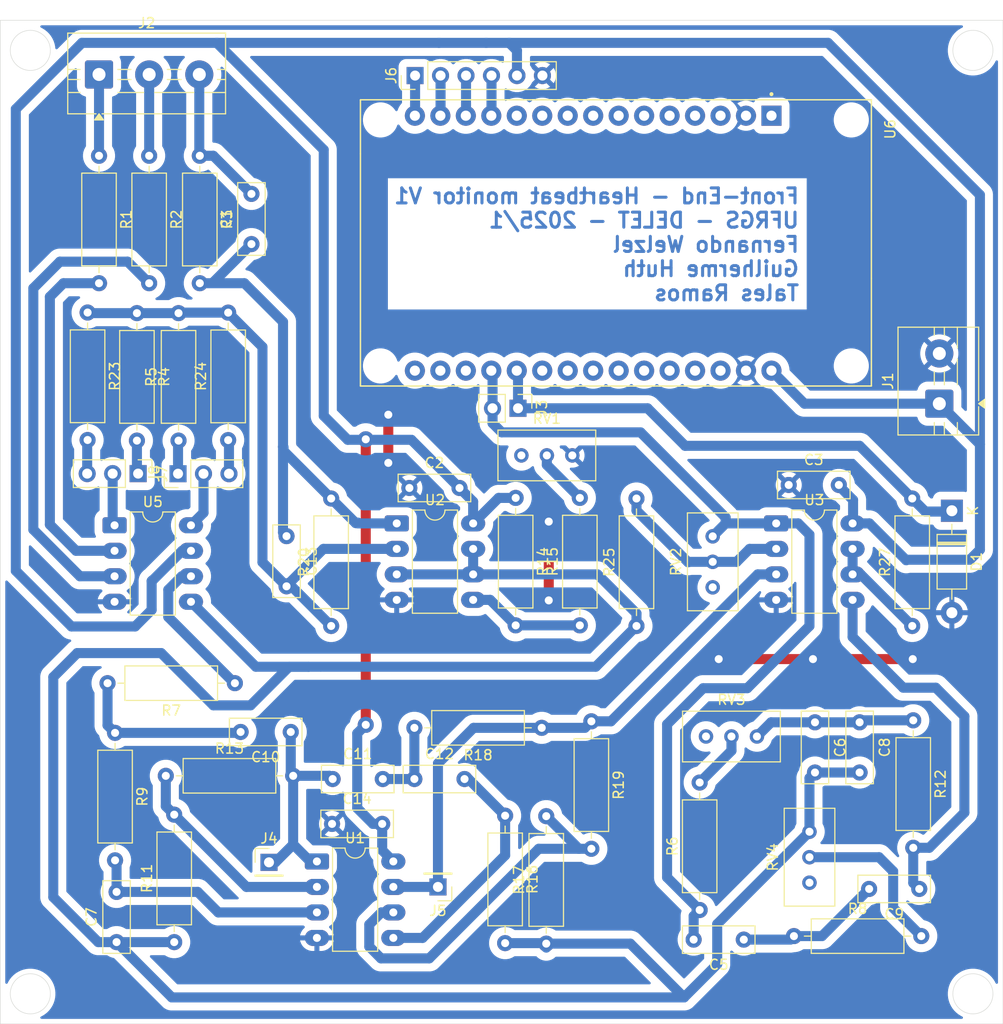
<source format=kicad_pcb>
(kicad_pcb (version 20241229) (generator "pcbnew") (generator_version "9.0")
  (layers (0 "F.Cu" signal) (2 "B.Cu" signal) (13 "F.Paste" user) (15 "B.Paste" user) (5 "F.SilkS" user "F.Silkscreen") (7 "B.SilkS" user "B.Silkscreen") (1 "F.Mask" user) (3 "B.Mask" user) (25 "Edge.Cuts" user))
  (net 0 "")
  (net 1 "Net-(C5-Pad1)")
  (net 2 "VSENSE")
  (net 3 "Net-(U3B--)")
  (net 4 "GNDREF")
  (net 5 "+5V")
  (net 6 "0")
  (net 7 "Net-(C6-Pad1)")
  (net 8 "VINA")
  (net 9 "RL_E")
  (net 10 "RL")
  (net 11 "Net-(J5-Pin_1)")
  (net 12 "Net-(C10-Pad2)")
  (net 13 "COM")
  (net 14 "Net-(C11-Pad2)")
  (net 15 "B0")
  (net 16 "Net-(U1A--)")
  (net 17 "RA_E")
  (net 18 "Net-(U2B-+)")
  (net 19 "LA_E")
  (net 20 "Net-(R15-Pad2)")
  (net 21 "Net-(U1B--)")
  (net 22 "Net-(U3B-+)")
  (net 23 "Net-(J7-Pin_1)")
  (net 24 "Net-(J8-Pin_1)")
  (net 25 "RA")
  (net 26 "LA")
  (net 30 "I2C1_SDA")
  (net 34 "B1")
  (net 41 "I2C1_SCL")
  (net 52 "Net-(R6-Pad2)")
  (net 53 "Net-(R8-Pad2)")
  (net 54 "Net-(J7-Pin_3)")
  (net 55 "Net-(J8-Pin_3)")
  (net 56 "Net-(U3A--)")
  (net 57 "VADC")
  (net 61 "Net-(J8-Pin_2)")
  (net 62 "Net-(J7-Pin_2)")
  (net 63 "Net-(U1A-+)")
  (net 64 "Net-(J4-Pin_1)")
  (net 65 "Net-(U1B-+)")
  (footprint "Potentiometer_THT:Potentiometer_Bourns_3296W_Vertical" (layer "F.Cu") (at 180.69 130.39 90)
    (property "Reference" "RV4")
    (property "Value" "2k")
  )
  (footprint "Resistor_THT:R_Axial_DIN0309_L9.0mm_D3.2mm_P12.70mm_Horizontal" (layer "F.Cu") (at 158.94 119.39 -90)
    (property "Reference" "R19")
    (property "Value" "10k")
  )
  (footprint "Resistor_THT:R_Axial_DIN0309_L9.0mm_D3.2mm_P12.70mm_Horizontal" (layer "F.Cu") (at 113.62 78.72 -90)
    (property "Reference" "R4")
    (property "Value" "1k")
  )
  (footprint "Capacitor_THT:C_Rect_L7.0mm_W2.5mm_P5.00mm" (layer "F.Cu") (at 140.79 96.14)
    (property "Reference" "C2")
    (property "Value" "100n")
  )
  (footprint "Resistor_THT:R_Axial_DIN0309_L9.0mm_D3.2mm_P12.70mm_Horizontal" (layer "F.Cu") (at 150.34 128.79 -90)
    (property "Reference" "R16")
    (property "Value" "1M5")
  )
  (footprint "Capacitor_THT:C_Rect_L7.0mm_W2.5mm_P5.00mm" (layer "F.Cu") (at 128.96 120.45 180)
    (property "Reference" "C10")
    (property "Value" "22n")
  )
  (footprint "Potentiometer_THT:Potentiometer_Bourns_3296W_Vertical" (layer "F.Cu") (at 171.04 100.96 90)
    (property "Reference" "RV2")
    (property "Value" "10k")
  )
  (footprint "Package_DIP:DIP-8_W7.62mm_LongPads" (layer "F.Cu") (at 177.37 99.67)
    (property "Reference" "U3")
    (property "Value" "LM358")
  )
  (footprint "Resistor_THT:R_Axial_DIN0309_L9.0mm_D3.2mm_P12.70mm_Horizontal" (layer "F.Cu") (at 153.99 120.04 180)
    (property "Reference" "R18")
    (property "Value" "1M5")
  )
  (footprint "Resistor_THT:R_Axial_DIN0309_L9.0mm_D3.2mm_P12.70mm_Horizontal" (layer "F.Cu") (at 108.7 78.66 -90)
    (property "Reference" "R23")
    (property "Value" "12k")
  )
  (footprint "Capacitor_THT:C_Rect_L7.0mm_W2.5mm_P5.00mm" (layer "F.Cu") (at 111.59 141.39 90)
    (property "Reference" "C7")
    (property "Value" "22n")
  )
  (footprint "Resistor_THT:R_Axial_DIN0309_L9.0mm_D3.2mm_P12.70mm_Horizontal" (layer "F.Cu") (at 132.99 109.89 90)
    (property "Reference" "R20")
    (property "Value" "220k")
  )
  (footprint "Capacitor_THT:C_Rect_L7.0mm_W2.5mm_P5.00mm" (layer "F.Cu") (at 141.29 125.14)
    (property "Reference" "C12")
    (property "Value" "220n")
  )
  (footprint "ESP32-DEVKIT-V1:MODULE_ESP32_DEVKIT_V1" (layer "F.Cu") (at 161.385 71.75 -90)
    (property "Reference" "U6")
    (property "Value" "ESP32-DEVKIT-V1")
  )
  (footprint "Resistor_THT:R_Axial_DIN0309_L9.0mm_D3.2mm_P12.70mm_Horizontal" (layer "F.Cu") (at 114.84 63.04 -90)
    (property "Reference" "R2")
    (property "Value" "220k")
  )
  (footprint "Capacitor_THT:C_Rect_L7.0mm_W2.5mm_P5.00mm" (layer "F.Cu") (at 133.14 125.14)
    (property "Reference" "C11")
    (property "Value" "220n")
  )
  (footprint "Connector_PinHeader_2.54mm:PinHeader_1x06_P2.54mm_Vertical" (layer "F.Cu") (at 141.36 55.05 90)
    (property "Reference" "J6")
    (property "Value" "Conn_01x06_Socket")
  )
  (footprint "Resistor_THT:R_Axial_DIN0309_L9.0mm_D3.2mm_P12.70mm_Horizontal" (layer "F.Cu") (at 116.5 124.82)
    (property "Reference" "R13")
    (property "Value" "10k")
  )
  (footprint "Resistor_THT:R_Axial_DIN0309_L9.0mm_D3.2mm_P12.70mm_Horizontal" (layer "F.Cu") (at 117.77 91.42 90)
    (property "Reference" "R5")
    (property "Value" "1k")
  )
  (footprint "Resistor_THT:R_Axial_DIN0309_L9.0mm_D3.2mm_P12.70mm_Horizontal" (layer "F.Cu") (at 191.04 119.29 -90)
    (property "Reference" "R12")
    (property "Value" "56k")
  )
  (footprint "Package_DIP:DIP-8_W7.62mm_LongPads" (layer "F.Cu") (at 139.53 99.67)
    (property "Reference" "U2")
    (property "Value" "LM358")
  )
  (footprint "Capacitor_THT:C_Rect_L7.0mm_W2.5mm_P5.00mm" (layer "F.Cu") (at 191.64 136.09 180)
    (property "Reference" "C9")
    (property "Value" "47n")
  )
  (footprint "Resistor_THT:R_Axial_DIN0309_L9.0mm_D3.2mm_P12.70mm_Horizontal" (layer "F.Cu") (at 190.94 109.89 90)
    (property "Reference" "R27")
    (property "Value" "1k")
  )
  (footprint "Resistor_THT:R_Axial_DIN0309_L9.0mm_D3.2mm_P12.70mm_Horizontal" (layer "F.Cu") (at 117.34 141.39 90)
    (property "Reference" "R11")
    (property "Value" "10k")
  )
  (footprint "Resistor_THT:R_Axial_DIN0309_L9.0mm_D3.2mm_P12.70mm_Horizontal" (layer "F.Cu") (at 157.79 109.83 90)
    (property "Reference" "R15")
    (property "Value" "2k2")
  )
  (footprint "Resistor_THT:R_Axial_DIN0309_L9.0mm_D3.2mm_P12.70mm_Horizontal" (layer "F.Cu") (at 122.72 91.37 90)
    (property "Reference" "R24")
    (property "Value" "12k")
  )
  (footprint "Resistor_THT:R_Axial_DIN0309_L9.0mm_D3.2mm_P12.70mm_Horizontal" (layer "F.Cu") (at 169.74 138.19 90)
    (property "Reference" "R6")
    (property "Value" "56k")
  )
  (footprint "Potentiometer_THT:Potentiometer_Bourns_3296W_Vertical" (layer "F.Cu") (at 175.45 120.9)
    (property "Reference" "RV3")
    (property "Value" "1k")
  )
  (footprint "Capacitor_THT:C_Rect_L7.0mm_W2.5mm_P5.00mm" (layer "F.Cu") (at 178.62 95.84)
    (property "Reference" "C3")
    (property "Value" "100n")
  )
  (footprint "Capacitor_THT:C_Rect_L7.0mm_W2.5mm_P5.00mm" (layer "F.Cu") (at 181.24 119.49 -90)
    (property "Reference" "C6")
    (property "Value" "47n")
  )
  (footprint "Connector_PinHeader_2.54mm:PinHeader_1x01_P2.54mm_Vertical" (layer "F.Cu") (at 126.79 133.44)
    (property "Reference" "J4")
    (property "Value" "Conn_01x01_Socket")
  )
  (footprint "Capacitor_THT:C_Rect_L7.0mm_W2.5mm_P5.00mm" (layer "F.Cu") (at 133.08 129.61)
    (property "Reference" "C14")
    (property "Value" "100n")
  )
  (footprint "Package_DIP:DIP-8_W7.62mm_LongPads" (layer "F.Cu") (at 131.57 133.35)
    (property "Reference" "U1")
    (property "Value" "LM358")
  )
  (footprint "Diode_THT:D_DO-41_SOD81_P10.16mm_Horizontal" (layer "F.Cu") (at 194.89 98.41 -90)
    (property "Reference" "D1")
    (property "Value" "3V3")
  )
  (footprint "Package_DIP:DIP-8_W7.62mm_LongPads" (layer "F.Cu") (at 111.39 99.86)
    (property "Reference" "U5")
    (property "Value" "INA114")
  )
  (footprint "Capacitor_THT:C_Rect_L7.0mm_W2.5mm_P5.00mm" (layer "F.Cu") (at 125.04 71.84 90)
    (property "Reference" "C1")
    (property "Value" "12n")
  )
  (footprint "Resistor_THT:R_Axial_DIN0309_L9.0mm_D3.2mm_P12.70mm_Horizontal" (layer "F.Cu") (at 109.84 63.04 -90)
    (property "Reference" "R1")
    (property "Value" "220k")
  )
  (footprint "Resistor_THT:R_Axial_DIN0309_L9.0mm_D3.2mm_P12.70mm_Horizontal" (layer "F.Cu") (at 154.44 141.54 90)
    (property "Reference" "R17")
    (property "Value" "10k")
  )
  (footprint "Connector_PinHeader_2.54mm:PinHeader_1x03_P2.54mm_Vertical" (layer "F.Cu") (at 117.72 94.72 90)
    (property "Reference" "J8")
    (property "Value" "Conn_01x03_Socket")
  )
  (footprint "Connector_PinHeader_2.54mm:PinHeader_1x01_P2.54mm_Vertical" (layer "F.Cu") (at 143.64 135.89 180)
    (property "Reference" "J5")
    (property "Value" "Conn_01x01_Socket")
  )
  (footprint "Resistor_THT:R_Axial_DIN0309_L9.0mm_D3.2mm_P12.70mm_Horizontal" (layer "F.Cu") (at 151.39 97.13 -90)
    (property "Reference" "R14")
    (property "Value" "5k6")
  )
  (footprint "Resistor_THT:R_Axial_DIN0309_L9.0mm_D3.2mm_P12.70mm_Horizontal" (layer "F.Cu") (at 123.39 115.59 180)
    (property "Reference" "R7")
    (property "Value" "180k")
  )
  (footprint "TerminalBlock:TerminalBlock_MaiXu_MX126-5.0-02P_1x02_P5.00mm" (layer "F.Cu") (at 193.64 87.74 90)
    (property "Reference" "J1")
    (property "Value" "Screw_Terminal_01x02")
  )
  (footprint "Capacitor_THT:C_Rect_L7.0mm_W2.5mm_P5.00mm" (layer "F.Cu") (at 128.54 100.94 -90)
    (property "Reference" "C13")
    (property "Value" "12n")
  )
  (footprint "Resistor_THT:R_Axial_DIN0309_L9.0mm_D3.2mm_P12.70mm_Horizontal" (layer "F.Cu") (at 179.14 140.79)
    (property "Reference" "R8")
    (property "Value" "27k")
  )
  (footprint "Resistor_THT:R_Axial_DIN0309_L9.0mm_D3.2mm_P12.70mm_Horizontal" (layer "F.Cu") (at 163.44 109.89 90)
    (property "Reference" "R25")
    (property "Value" "1k")
  )
  (footprint "Capacitor_THT:C_Rect_L7.0mm_W2.5mm_P5.00mm" (layer "F.Cu") (at 174.14 141.14 180)
    (property "Reference" "C5")
    (property "Value" "47n")
  )
  (footprint "TerminalBlock:TerminalBlock_MaiXu_MX126-5.0-03P_1x03_P5.00mm" (layer "F.Cu") (at 109.84 54.94)
    (property "Reference" "J2")
    (property "Value" "Screw_Terminal_01x03")
  )
  (footprint "Resistor_THT:R_Axial_DIN0309_L9.0mm_D3.2mm_P12.70mm_Horizontal" (layer "F.Cu") (at 111.44 120.54 -90)
    (property "Reference" "R9")
    (property "Value" "180k")
  )
  (footprint "Resistor_THT:R_Axial_DIN0309_L9.0mm_D3.2mm_P12.70mm_Horizontal" (layer "F.Cu") (at 119.89 63.04 -90)
    (property "Reference" "R3")
    (property "Value" "220k")
  )
  (footprint "Connector_PinHeader_2.54mm:PinHeader_1x03_P2.54mm_Vertical" (layer "F.Cu") (at 113.74 94.71 -90)
    (property "Reference" "J7")
    (property "Value" "Conn_01x03_Socket")
  )
  (footprint "Potentiometer_THT:Potentiometer_Bourns_3296W_Vertical" (layer "F.Cu") (at 157.04 92.895)
    (property "Reference" "RV1")
    (property "Value" "1k")
  )
  (footprint "Connector_PinHeader_2.54mm:PinHeader_1x02_P2.54mm_Vertical" (layer "F.Cu") (at 151.625 88.2 -90)
    (property "Reference" "J3")
    (property "Value" "Conn_01x02_Socket")
  )
  (footprint "Capacitor_THT:C_Rect_L7.0mm_W2.5mm_P5.00mm" (layer "F.Cu") (at 185.69 119.49 -90)
    (property "Reference" "C8")
    (property "Value" "47n")
  )
  (gr_circle (center 102.99 52.54) (end 102.99 54.54) (stroke (width 0.05)) (fill no) (layer "Edge.Cuts"))
  (gr_rect (start 99.99 49.54) (end 199.99 149.54) (stroke (width 0.05)) (fill no) (layer "Edge.Cuts"))
  (gr_circle (center 102.99 146.54) (end 102.99 148.54) (stroke (width 0.05)) (fill no) (layer "Edge.Cuts"))
  (gr_circle (center 196.99 52.54) (end 196.99 54.54) (stroke (width 0.05)) (fill no) (layer "Edge.Cuts"))
  (gr_circle (center 196.99 146.54) (end 196.99 148.54) (stroke (width 0.05)) (fill no) (layer "Edge.Cuts"))
  (gr_text "Front-End - Heartbeat monitor V1\nUFRGS - DELET - 2025/1\nFernando Welzel\nGuilherme Huth\nTales Ramos" (at 179.8 77.6 0) (layer "B.Cu") (effects (font (size 1.5 1.5) (thickness 0.3) (bold yes)) (justify left bottom mirror)))
  (segment (start 174.14 141.14) (end 178.79 141.14) (width 1) (layer "B.Cu") (net 1))
  (segment (start 178.79 141.14) (end 179.14 140.79) (width 1) (layer "B.Cu") (net 1))
  (segment (start 179.14 140.79) (end 181.94 140.79) (width 1) (layer "B.Cu") (net 1))
  (segment (start 181.94 140.79) (end 186.64 136.09) (width 1) (layer "B.Cu") (net 1))
  (segment (start 172.33 99.67) (end 172.33 99.08) (width 1) (layer "B.Cu") (net 2))
  (segment (start 166.49 119.69) (end 166.49 134.94) (width 1) (layer "B.Cu") (net 2))
  (segment (start 180.69 109.89) (end 174.49 116.09) (width 1) (layer "B.Cu") (net 2))
  (segment (start 169.14 138.79) (end 169.74 138.19) (width 1) (layer "B.Cu") (net 2))
  (segment (start 179.57 99.67) (end 180.69 100.79) (width 1) (layer "B.Cu") (net 2))
  (segment (start 149.085 84.575) (end 148.96 84.45) (width 1) (layer "B.Cu") (net 2))
  (segment (start 180.69 100.79) (end 180.69 109.89) (width 1) (layer "B.Cu") (net 2))
  (segment (start 170.09 116.09) (end 166.49 119.69) (width 1) (layer "B.Cu") (net 2))
  (segment (start 166.49 134.94) (end 169.74 138.19) (width 1) (layer "B.Cu") (net 2))
  (segment (start 149.085 88.2) (end 149.085 84.575) (width 1) (layer "B.Cu") (net 2))
  (segment (start 177.37 99.67) (end 179.57 99.67) (width 1) (layer "B.Cu") (net 2))
  (segment (start 149.085 89.685) (end 150 90.6) (width 1) (layer "B.Cu") (net 2))
  (segment (start 172.33 99.08) (end 163.85 90.6) (width 1) (layer "B.Cu") (net 2))
  (segment (start 169.14 141.14) (end 169.14 138.79) (width 1) (layer "B.Cu") (net 2))
  (segment (start 177.37 99.67) (end 172.33 99.67) (width 1) (layer "B.Cu") (net 2))
  (segment (start 172.33 99.67) (end 171.04 100.96) (width 1) (layer "B.Cu") (net 2))
  (segment (start 149.085 88.2) (end 149.085 89.685) (width 1) (layer "B.Cu") (net 2))
  (segment (start 174.49 116.09) (end 170.09 116.09) (width 1) (layer "B.Cu") (net 2))
  (segment (start 163.85 90.6) (end 150 90.6) (width 1) (layer "B.Cu") (net 2))
  (segment (start 184.99 104.75) (end 185.8 104.75) (width 1) (layer "B.Cu") (net 3))
  (segment (start 184.99 102.21) (end 184.99 104.75) (width 1) (layer "B.Cu") (net 3))
  (segment (start 185.8 104.75) (end 190.94 109.89) (width 1) (layer "B.Cu") (net 3))
  (segment (start 116.04 112.59) (end 121.25 117.8) (width 1) (layer "B.Cu") (net 4))
  (segment (start 130.75 113.95) (end 131.88 113.95) (width 1) (layer "B.Cu") (net 4))
  (segment (start 162.82 141.54) (end 168.18 146.9) (width 1) (layer "B.Cu") (net 4))
  (segment (start 154.44 141.54) (end 162.82 141.54) (width 1) (layer "B.Cu") (net 4))
  (segment (start 154.44 141.94) (end 154.44 141.54) (width 1) (layer "B.Cu") (net 4))
  (segment (start 159.55 104.75) (end 147.15 104.75) (width 1) (layer "B.Cu") (net 4))
  (segment (start 163.44 109.89) (end 159.38 113.95) (width 1) (layer "B.Cu") (net 4))
  (segment (start 180.69 130.39) (end 180.69 125.04) (width 1) (layer "B.Cu") (net 4))
  (segment (start 125.48 113.95) (end 130.75 113.95) (width 1) (layer "B.Cu") (net 4))
  (segment (start 119.01 107.48) (end 125.48 113.95) (width 1) (layer "B.Cu") (net 4))
  (segment (start 163.44 109.89) (end 163.44 108.64) (width 1) (layer "B.Cu") (net 4))
  (segment (start 139.53 104.75) (end 147.15 104.75) (width 1) (layer "B.Cu") (net 4))
  (segment (start 111.59 141.39) (end 117.1 146.9) (width 1) (layer "B.Cu") (net 4))
  (segment (start 154.39 141.49) (end 154.44 141.54) (width 1) (layer "B.Cu") (net 4))
  (segment (start 150.34 141.49) (end 154.39 141.49) (width 1) (layer "B.Cu") (net 4))
  (segment (start 181.24 124.49) (end 185.69 124.49) (width 1) (layer "B.Cu") (net 4))
  (segment (start 111.59 141.39) (end 109.76 141.39) (width 1) (layer "B.Cu") (net 4))
  (segment (start 171.49 143.59) (end 171.49 139.59) (width 1) (layer "B.Cu") (net 4))
  (segment (start 163.44 108.64) (end 159.55 104.75) (width 1) (layer "B.Cu") (net 4))
  (segment (start 171.49 139.59) (end 180.69 130.39) (width 1) (layer "B.Cu") (net 4))
  (segment (start 121.25 117.8) (end 124.95 117.8) (width 1) (layer "B.Cu") (net 4))
  (segment (start 168.18 146.9) (end 171.49 143.59) (width 1) (layer "B.Cu") (net 4))
  (segment (start 180.69 125.04) (end 181.24 124.49) (width 1) (layer "B.Cu") (net 4))
  (segment (start 117.1 146.9) (end 168.18 146.9) (width 1) (layer "B.Cu") (net 4))
  (segment (start 124.95 117.8) (end 128.8 113.95) (width 1) (layer "B.Cu") (net 4))
  (segment (start 109.76 141.39) (end 105.28 136.91) (width 1) (layer "B.Cu") (net 4))
  (segment (start 107.67 112.59) (end 116.04 112.59) (width 1) (layer "B.Cu") (net 4))
  (segment (start 105.28 114.98) (end 107.67 112.59) (width 1) (layer "B.Cu") (net 4))
  (segment (start 128.8 113.95) (end 130.75 113.95) (width 1) (layer "B.Cu") (net 4))
  (segment (start 159.38 113.95) (end 131.98 113.95) (width 1) (layer "B.Cu") (net 4))
  (segment (start 147.15 102.21) (end 147.15 104.75) (width 1) (layer "B.Cu") (net 4))
  (segment (start 111.59 141.39) (end 117.34 141.39) (width 1) (layer "B.Cu") (net 4))
  (segment (start 105.28 136.91) (end 105.28 114.98) (width 1) (layer "B.Cu") (net 4))
  (segment (start 136.44 119.74) (end 136.44 91.29) (width 1) (layer "F.Cu") (net 5))
  (via (at 136.44 91.29) (size 1.6) (drill 0.8) (layers "F.Cu" "B.Cu") (net 5))
  (via (at 136.44 119.74) (size 1.6) (drill 0.8) (layers "F.Cu" "B.Cu") (net 5))
  (segment (start 151.52 52.56) (end 150.75 51.79) (width 1) (layer "B.Cu") (net 5))
  (segment (start 193.39 87.99) (end 193.64 87.74) (width 1) (layer "B.Cu") (net 5))
  (segment (start 197.69 91.79) (end 197.69 102.29) (width 1) (layer "B.Cu") (net 5))
  (segment (start 108.14 51.79) (end 101.54 58.39) (width 1) (layer "B.Cu") (net 5))
  (segment (start 182.54 51.79) (end 197.69 66.94) (width 1) (layer "B.Cu") (net 5))
  (segment (start 197.69 66.94) (end 197.69 91.79) (width 1) (layer "B.Cu") (net 5))
  (segment (start 137.16 129.61) (end 138.08 129.61) (width 1) (layer "B.Cu") (net 5))
  (segment (start 134.64 91.34) (end 132.25 88.95) (width 1) (layer "B.Cu") (net 5))
  (segment (start 151.52 55.05) (end 151.52 52.56) (width 1) (layer "B.Cu") (net 5))
  (segment (start 140.99 91.34) (end 134.64 91.34) (width 1) (layer "B.Cu") (net 5))
  (segment (start 185.04 99.62) (end 184.99 99.67) (width 1) (layer "B.Cu") (net 5))
  (segment (start 183.62 95.84) (end 183.62 95.92) (width 1) (layer "B.Cu") (net 5))
  (segment (start 193.64 87.74) (end 197.69 91.79) (width 1) (layer "B.Cu") (net 5))
  (segment (start 190.34 103.34) (end 186.67 99.67) (width 1) (layer "B.Cu") (net 5))
  (segment (start 149.69 97.13) (end 147.15 99.67) (width 1) (layer "B.Cu") (net 5))
  (segment (start 180.19 87.74) (end 193.64 87.74) (width 1) (layer "B.Cu") (net 5))
  (segment (start 196.69 103.29) (end 190.39 103.29) (width 1) (layer "B.Cu") (net 5))
  (segment (start 118.13 102.4) (end 119.01 102.4) (width 1) (layer "B.Cu") (net 5))
  (segment (start 132.25 88.95) (end 132.25 62.45) (width 1) (layer "B.Cu") (net 5))
  (segment (start 121.59 51.79) (end 108.14 51.79) (width 1) (layer "B.Cu") (net 5))
  (segment (start 101.54 104.39) (end 107.09 109.94) (width 1) (layer "B.Cu") (net 5))
  (segment (start 115.0874 105.4126) (end 115.16 105.34) (width 1) (layer "B.Cu") (net 5))
  (segment (start 186.67 99.67) (end 184.99 99.67) (width 1) (layer "B.Cu") (net 5))
  (segment (start 115.16 105.34) (end 115.19 105.34) (width 1) (layer "B.Cu") (net 5))
  (segment (start 113.44 109.94) (end 115.0874 108.2926) (width 1) (layer "B.Cu") (net 5))
  (segment (start 115.0874 108.2926) (end 115.0874 105.4126) (width 1) (layer "B.Cu") (net 5))
  (segment (start 176.9 84.45) (end 180.19 87.74) (width 1) (layer "B.Cu") (net 5))
  (segment (start 147.15 99.67) (end 147.15 97.5) (width 1) (layer "B.Cu") (net 5))
  (segment (start 135.59 120.59) (end 135.59 128.04) (width 1) (layer "B.Cu") (net 5))
  (segment (start 136.44 119.74) (end 135.59 120.59) (width 1) (layer "B.Cu") (net 5))
  (segment (start 150.75 51.79) (end 182.54 51.79) (width 1) (layer "B.Cu") (net 5))
  (segment (start 147.15 97.5) (end 145.79 96.14) (width 1) (layer "B.Cu") (net 5))
  (segment (start 132.25 62.45) (end 121.59 51.79) (width 1) (layer "B.Cu") (net 5))
  (segment (start 151.39 97.13) (end 149.69 97.13) (width 1) (layer "B.Cu") (net 5))
  (segment (start 107.09 109.94) (end 113.44 109.94) (width 1) (layer "B.Cu") (net 5))
  (segment (start 121.59 51.79) (end 143.74 51.79) (width 1) (layer "B.Cu") (net 5))
  (segment (start 197.69 102.29) (end 196.69 103.29) (width 1) (layer "B.Cu") (net 5))
  (segment (start 143.74 51.79) (end 148.45 51.79) (width 1) (layer "B.Cu") (net 5))
  (segment (start 138.08 132.24) (end 139.19 133.35) (width 1) (layer "B.Cu") (net 5))
  (segment (start 138.08 129.61) (end 138.08 132.24) (width 1) (layer "B.Cu") (net 5))
  (segment (start 135.59 128.04) (end 137.16 129.61) (width 1) (layer "B.Cu") (net 5))
  (segment (start 148.45 51.79) (end 150.75 51.79) (width 1) (layer "B.Cu") (net 5))
  (segment (start 183.62 95.92) (end 185.04 97.34) (width 1) (layer "B.Cu") (net 5))
  (segment (start 101.54 58.39) (end 101.54 104.39) (width 1) (layer "B.Cu") (net 5))
  (segment (start 145.79 96.14) (end 140.99 91.34) (width 1) (layer "B.Cu") (net 5))
  (segment (start 185.04 97.34) (end 185.04 99.62) (width 1) (layer "B.Cu") (net 5))
  (segment (start 115.19 105.34) (end 118.13 102.4) (width 1) (layer "B.Cu") (net 5))
  (segment (start 190.39 103.29) (end 190.34 103.34) (width 1) (layer "B.Cu") (net 5))
  (segment (start 171.64 113.19) (end 181.04 113.19) (width 1) (layer "F.Cu") (net 6))
  (segment (start 138.69 93.64) (end 138.69 88.84) (width 1) (layer "F.Cu") (net 6))
  (segment (start 154.69 107.34) (end 154.69 99.49) (width 1) (layer "F.Cu") (net 6))
  (segment (start 190.99 113.19) (end 181.04 113.19) (width 1) (layer "F.Cu") (net 6))
  (via (at 171.64 113.19) (size 1.6) (drill 0.8) (layers "F.Cu" "B.Cu") (net 6))
  (via (at 190.99 113.19) (size 1.6) (drill 0.8) (layers "F.Cu" "B.Cu") (net 6))
  (via (at 138.69 88.84) (size 1.6) (drill 0.8) (layers "F.Cu" "B.Cu") (net 6))
  (via (at 138.69 93.64) (size 1.6) (drill 0.8) (layers "F.Cu" "B.Cu") (net 6))
  (via (at 181.04 113.19) (size 1.6) (drill 0.8) (layers "F.Cu" "B.Cu") (net 6))
  (via (at 154.69 99.49) (size 1.6) (drill 0.8) (layers "F.Cu" "B.Cu") (net 6))
  (via (at 154.69 107.34) (size 1.6) (drill 0.8) (layers "F.Cu" "B.Cu") (net 6))
  (segment (start 185.89 119.29) (end 185.69 119.49) (width 1) (layer "B.Cu") (net 7))
  (segment (start 191.04 119.29) (end 185.89 119.29) (width 1) (layer "B.Cu") (net 7))
  (segment (start 181.24 119.49) (end 176.86 119.49) (width 1) (layer "B.Cu") (net 7))
  (segment (start 176.86 119.49) (end 175.45 120.9) (width 1) (layer "B.Cu") (net 7))
  (segment (start 181.24 119.49) (end 185.69 119.49) (width 1) (layer "B.Cu") (net 7))
  (segment (start 116.75 109) (end 116.75 106.28) (width 1) (layer "B.Cu") (net 8))
  (segment (start 116.75 106.28) (end 118.09 104.94) (width 1) (layer "B.Cu") (net 8))
  (segment (start 123.34 115.59) (end 116.75 109) (width 1) (layer "B.Cu") (net 8))
  (segment (start 123.39 115.59) (end 123.34 115.59) (width 1) (layer "B.Cu") (net 8))
  (segment (start 118.09 104.94) (end 119.01 104.94) (width 1) (layer "B.Cu") (net 8))
  (segment (start 119.84 62.99) (end 119.89 63.04) (width 1) (layer "B.Cu") (net 9))
  (segment (start 119.84 54.94) (end 119.84 62.99) (width 1) (layer "B.Cu") (net 9))
  (segment (start 121.24 63.04) (end 125.04 66.84) (width 1) (layer "B.Cu") (net 9))
  (segment (start 119.89 63.04) (end 121.24 63.04) (width 1) (layer "B.Cu") (net 9))
  (segment (start 128.24 92.44) (end 128.24 92.09) (width 1) (layer "B.Cu") (net 10))
  (segment (start 135.44 99.64) (end 135.59 99.64) (width 1) (layer "B.Cu") (net 10))
  (segment (start 125.04 71.84) (end 121.14 75.74) (width 1) (layer "B.Cu") (net 10))
  (segment (start 128.19 79.59) (end 124.34 75.74) (width 1) (layer "B.Cu") (net 10))
  (segment (start 128.54 100.94) (end 128.19 100.59) (width 1) (layer "B.Cu") (net 10))
  (segment (start 128.19 92.04) (end 128.19 79.59) (width 1) (layer "B.Cu") (net 10))
  (segment (start 135.59 99.64) (end 135.64 99.59) (width 1) (layer "B.Cu") (net 10))
  (segment (start 128.24 92.09) (end 128.19 92.04) (width 1) (layer "B.Cu") (net 10))
  (segment (start 135.72 99.67) (end 139.53 99.67) (width 1) (layer "B.Cu") (net 10))
  (segment (start 121.14 75.74) (end 119.89 75.74) (width 1) (layer "B.Cu") (net 10))
  (segment (start 132.99 97.19) (end 135.44 99.64) (width 1) (layer "B.Cu") (net 10))
  (segment (start 135.64 99.59) (end 135.72 99.67) (width 1) (layer "B.Cu") (net 10))
  (segment (start 124.34 75.74) (end 121.14 75.74) (width 1) (layer "B.Cu") (net 10))
  (segment (start 128.19 100.59) (end 128.19 92.04) (width 1) (layer "B.Cu") (net 10))
  (segment (start 132.99 97.19) (end 128.24 92.44) (width 1) (layer "B.Cu") (net 10))
  (segment (start 143.64 123.59) (end 143.64 135.89) (width 1) (layer "B.Cu") (net 11))
  (segment (start 139.19 135.89) (end 143.64 135.89) (width 1) (layer "B.Cu") (net 11))
  (segment (start 175.53 104.75) (end 177.37 104.75) (width 1) (layer "B.Cu") (net 11))
  (segment (start 153.99 120.04) (end 158.29 120.04) (width 1) (layer "B.Cu") (net 11))
  (segment (start 160.89 119.39) (end 175.53 104.75) (width 1) (layer "B.Cu") (net 11))
  (segment (start 158.94 119.39) (end 160.89 119.39) (width 1) (layer "B.Cu") (net 11))
  (segment (start 153.99 120.04) (end 147.19 120.04) (width 1) (layer "B.Cu") (net 11))
  (segment (start 147.19 120.04) (end 143.64 123.59) (width 1) (layer "B.Cu") (net 11))
  (segment (start 158.29 120.04) (end 158.94 119.39) (width 1) (layer "B.Cu") (net 11))
  (segment (start 111.44 120.54) (end 123.87 120.54) (width 1) (layer "B.Cu") (net 12))
  (segment (start 110.69 115.59) (end 110.69 119.79) (width 1) (layer "B.Cu") (net 12))
  (segment (start 123.87 120.54) (end 123.96 120.45) (width 1) (layer "B.Cu") (net 12))
  (segment (start 110.69 119.79) (end 111.44 120.54) (width 1) (layer "B.Cu") (net 12))
  (segment (start 117.77 78.72) (end 113.62 78.72) (width 1) (layer "B.Cu") (net 13))
  (segment (start 128.54 105.94) (end 129.04 105.94) (width 1) (layer "B.Cu") (net 13))
  (segment (start 128.54 105.89) (end 128.54 105.94) (width 1) (layer "B.Cu") (net 13))
  (segment (start 113.62 78.72) (end 108.76 78.72) (width 1) (layer "B.Cu") (net 13))
  (segment (start 139.53 102.21) (end 132.22 102.21) (width 1) (layer "B.Cu") (net 13))
  (segment (start 132.22 102.21) (end 128.54 105.89) (width 1) (layer "B.Cu") (net 13))
  (segment (start 122.72 78.67) (end 126.14 82.09) (width 1) (layer "B.Cu") (net 13))
  (segment (start 117.82 78.67) (end 117.77 78.72) (width 1) (layer "B.Cu") (net 13))
  (segment (start 126.14 82.09) (end 126.14 103.54) (width 1) (layer "B.Cu") (net 13))
  (segment (start 126.14 103.54) (end 128.54 105.94) (width 1) (layer "B.Cu") (net 13))
  (segment (start 129.04 105.94) (end 132.99 109.89) (width 1) (layer "B.Cu") (net 13))
  (segment (start 122.72 78.67) (end 117.82 78.67) (width 1) (layer "B.Cu") (net 13))
  (segment (start 108.76 78.72) (end 108.7 78.66) (width 1) (layer "B.Cu") (net 13))
  (segment (start 138.14 125.14) (end 141.29 125.14) (width 1) (layer "B.Cu") (net 14))
  (segment (start 141.29 125.14) (end 141.29 120.04) (width 1) (layer "B.Cu") (net 14))
  (segment (start 143.9 59.03) (end 143.88 59.05) (width 1) (layer "B.Cu") (net 15))
  (segment (start 143.9 55.05) (end 143.9 59.03) (width 1) (layer "B.Cu") (net 15))
  (segment (start 116.5 127.85) (end 117.34 128.69) (width 1) (layer "B.Cu") (net 16))
  (segment (start 124.54 135.89) (end 117.34 128.69) (width 1) (layer "B.Cu") (net 16))
  (segment (start 131.57 135.89) (end 124.54 135.89) (width 1) (layer "B.Cu") (net 16))
  (segment (start 116.5 124.82) (end 116.5 127.85) (width 1) (layer "B.Cu") (net 16))
  (segment (start 114.84 54.94) (end 114.84 63.04) (width 1) (layer "B.Cu") (net 17))
  (segment (start 151.39 109.83) (end 157.79 109.83) (width 1) (layer "B.Cu") (net 18))
  (segment (start 148.85 107.29) (end 151.39 109.83) (width 1) (layer "B.Cu") (net 18))
  (segment (start 147.15 107.29) (end 148.85 107.29) (width 1) (layer "B.Cu") (net 18))
  (segment (start 109.84 54.94) (end 109.84 63.04) (width 1) (layer "B.Cu") (net 19))
  (segment (start 157.79 97.13) (end 154.5 93.84) (width 1) (layer "B.Cu") (net 20))
  (segment (start 157.79 97.13) (end 157.79 97.09) (width 1) (layer "B.Cu") (net 20))
  (segment (start 154.5 93.84) (end 154.5 92.895) (width 1) (layer "B.Cu") (net 20))
  (segment (start 157.69 132.09) (end 154.44 128.84) (width 1) (layer "B.Cu") (net 21))
  (segment (start 139.19 138.43) (end 138 138.43) (width 1) (layer "B.Cu") (net 21))
  (segment (start 138 138.43) (end 136.79 139.64) (width 1) (layer "B.Cu") (net 21))
  (segment (start 137.96 143.01) (end 142.77 143.01) (width 1) (layer "B.Cu") (net 21))
  (segment (start 158.94 132.09) (end 157.69 132.09) (width 1) (layer "B.Cu") (net 21))
  (segment (start 153.69 132.09) (end 157.69 132.09) (width 1) (layer "B.Cu") (net 21))
  (segment (start 139.19 138.43) (end 139.18 138.44) (width 1) (layer "B.Cu") (net 21))
  (segment (start 136.79 139.64) (end 136.79 141.84) (width 1) (layer "B.Cu") (net 21))
  (segment (start 136.79 141.84) (end 137.96 143.01) (width 1) (layer "B.Cu") (net 21))
  (segment (start 142.77 143.01) (end 153.69 132.09) (width 1) (layer "B.Cu") (net 21))
  (segment (start 196.14 118.89) (end 196.14 128.49) (width 1) (layer "B.Cu") (net 22))
  (segment (start 191.04 131.99) (end 191.04 135.49) (width 1) (layer "B.Cu") (net 22))
  (segment (start 191.04 135.49) (end 191.64 136.09) (width 1) (layer "B.Cu") (net 22))
  (segment (start 192.64 131.99) (end 191.04 131.99) (width 1) (layer "B.Cu") (net 22))
  (segment (start 184.99 110.99) (end 190.04 116.04) (width 1) (layer "B.Cu") (net 22))
  (segment (start 190.04 116.04) (end 193.29 116.04) (width 1) (layer "B.Cu") (net 22))
  (segment (start 184.99 107.29) (end 184.99 110.99) (width 1) (layer "B.Cu") (net 22))
  (segment (start 193.29 116.04) (end 196.14 118.89) (width 1) (layer "B.Cu") (net 22))
  (segment (start 196.14 128.49) (end 192.64 131.99) (width 1) (layer "B.Cu") (net 22))
  (segment (start 113.62 94.59) (end 113.74 94.71) (width 1) (layer "B.Cu") (net 23))
  (segment (start 113.62 91.42) (end 113.62 94.59) (width 1) (layer "B.Cu") (net 23))
  (segment (start 117.72 94.72) (end 117.72 91.47) (width 1) (layer "B.Cu") (net 24))
  (segment (start 117.72 91.47) (end 117.77 91.42) (width 1) (layer "B.Cu") (net 24))
  (segment (start 114.84 75.74) (end 112.69 73.59) (width 1) (layer "B.Cu") (net 25))
  (segment (start 103.29 100.29) (end 107.94 104.94) (width 1) (layer "B.Cu") (net 25))
  (segment (start 105.94 73.59) (end 103.29 76.24) (width 1) (layer "B.Cu") (net 25))
  (segment (start 112.69 73.59) (end 105.94 73.59) (width 1) (layer "B.Cu") (net 25))
  (segment (start 103.29 76.24) (end 103.29 100.29) (width 1) (layer "B.Cu") (net 25))
  (segment (start 107.94 104.94) (end 111.39 104.94) (width 1) (layer "B.Cu") (net 25))
  (segment (start 107.55 102.4) (end 111.39 102.4) (width 1) (layer "B.Cu") (net 26))
  (segment (start 104.94 99.79) (end 107.55 102.4) (width 1) (layer "B.Cu") (net 26))
  (segment (start 106.29 75.74) (end 104.94 77.09) (width 1) (layer "B.Cu") (net 26))
  (segment (start 109.84 75.74) (end 106.29 75.74) (width 1) (layer "B.Cu") (net 26))
  (segment (start 104.94 77.09) (end 104.94 99.79) (width 1) (layer "B.Cu") (net 26))
  (segment (start 148.98 55.05) (end 148.98 59.03) (width 1) (layer "B.Cu") (net 30))
  (segment (start 148.98 59.03) (end 148.96 59.05) (width 1) (layer "B.Cu") (net 30))
  (segment (start 141.36 55.05) (end 141.36 59.03) (width 1) (layer "B.Cu") (net 34))
  (segment (start 141.36 59.03) (end 141.34 59.05) (width 1) (layer "B.Cu") (net 34))
  (segment (start 146.44 59.03) (end 146.42 59.05) (width 1) (layer "B.Cu") (net 41))
  (segment (start 146.44 55.05) (end 146.44 59.03) (width 1) (layer "B.Cu") (net 41))
  (segment (start 172.91 120.9) (end 172.91 122.32) (width 1) (layer "B.Cu") (net 52))
  (segment (start 172.91 122.32) (end 169.74 125.49) (width 1) (layer "B.Cu") (net 52))
  (segment (start 187.63 132.93) (end 180.69 132.93) (width 1) (layer "B.Cu") (net 53))
  (segment (start 189.04 134.34) (end 187.63 132.93) (width 1) (layer "B.Cu") (net 53))
  (segment (start 191.84 140.79) (end 189.04 137.99) (width 1) (layer "B.Cu") (net 53))
  (segment (start 189.04 137.99) (end 189.04 134.34) (width 1) (layer "B.Cu") (net 53))
  (segment (start 108.66 91.4) (end 108.7 91.36) (width 1) (layer "B.Cu") (net 54))
  (segment (start 108.66 94.71) (end 108.66 91.4) (width 1) (layer "B.Cu") (net 54))
  (segment (start 122.8 94.72) (end 122.8 91.45) (width 1) (layer "B.Cu") (net 55))
  (segment (start 122.8 91.45) (end 122.72 91.37) (width 1) (layer "B.Cu") (net 55))
  (segment (start 174.72 102.21) (end 177.37 102.21) (width 1) (layer "B.Cu") (net 56))
  (segment (start 168.63 103.5) (end 171.04 103.5) (width 1) (layer "B.Cu") (net 56))
  (segment (start 171.04 103.5) (end 173.43 103.5) (width 1) (layer "B.Cu") (net 56))
  (segment (start 173.43 103.5) (end 174.72 102.21) (width 1) (layer "B.Cu") (net 56))
  (segment (start 168.59 103.54) (end 168.63 103.5) (width 1) (layer "B.Cu") (net 56))
  (segment (start 163.44 98.39) (end 168.59 103.54) (width 1) (layer "B.Cu") (net 56))
  (segment (start 163.44 97.19) (end 163.44 98.39) (width 1) (layer "B.Cu") (net 56))
  (segment (start 168.29 91.94) (end 185.69 91.94) (width 1) (layer "B.Cu") (net 57))
  (segment (start 194.81 98.49) (end 194.89 98.41) (width 1) (layer "B.Cu") (net 57))
  (segment (start 185.69 91.94) (end 190.94 97.19) (width 1) (layer "B.Cu") (net 57))
  (segment (start 151.625 88.2) (end 164.55 88.2) (width 1) (layer "B.Cu") (net 57))
  (segment (start 164.55 88.2) (end 168.29 91.94) (width 1) (layer "B.Cu") (net 57))
  (segment (start 192.24 98.49) (end 194.81 98.49) (width 1) (layer "B.Cu") (net 57))
  (segment (start 151.625 84.575) (end 151.5 84.45) (width 1) (layer "B.Cu") (net 57))
  (segment (start 190.94 97.19) (end 192.24 98.49) (width 1) (layer "B.Cu") (net 57))
  (segment (start 151.625 88.2) (end 151.625 84.575) (width 1) (layer "B.Cu") (net 57))
  (segment (start 120.26 94.72) (end 120.26 98.61) (width 1) (layer "B.Cu") (net 61))
  (segment (start 120.26 98.61) (end 119.01 99.86) (width 1) (layer "B.Cu") (net 61))
  (segment (start 111.2 94.71) (end 111.2 99.67) (width 1) (layer "B.Cu") (net 62))
  (segment (start 111.2 99.67) (end 111.39 99.86) (width 1) (layer "B.Cu") (net 62))
  (segment (start 111.815 136.165) (end 111.59 136.39) (width 1) (layer "B.Cu") (net 63))
  (segment (start 111.59 136.39) (end 119.69 136.39) (width 1) (layer "B.Cu") (net 63))
  (segment (start 111.59 136.39) (end 111.59 133.39) (width 1) (layer "B.Cu") (net 63))
  (segment (start 111.59 133.39) (end 111.44 133.24) (width 1) (layer "B.Cu") (net 63))
  (segment (start 119.69 136.39) (end 121.73 138.43) (width 1) (layer "B.Cu") (net 63))
  (segment (start 121.73 138.43) (end 131.57 138.43) (width 1) (layer "B.Cu") (net 63))
  (segment (start 131.295 133.625) (end 131.57 133.35) (width 1) (layer "B.Cu") (net 64))
  (segment (start 128.96 124.58) (end 129.2 124.82) (width 1) (layer "B.Cu") (net 64))
  (segment (start 129.215 131.665) (end 129.2 131.665) (width 1) (layer "B.Cu") (net 64))
  (segment (start 127.425 133.44) (end 129.2 131.665) (width 1) (layer "B.Cu") (net 64))
  (segment (start 132.82 124.82) (end 133.14 125.14) (width 1) (layer "B.Cu") (net 64))
  (segment (start 128.96 120.45) (end 128.96 124.58) (width 1) (layer "B.Cu") (net 64))
  (segment (start 129.2 124.82) (end 132.82 124.82) (width 1) (layer "B.Cu") (net 64))
  (segment (start 129.2 124.82) (end 129.2 131.665) (width 1) (layer "B.Cu") (net 64))
  (segment (start 126.79 133.44) (end 127.425 133.44) (width 1) (layer "B.Cu") (net 64))
  (segment (start 131.57 133.35) (end 130.9 133.35) (width 1) (layer "B.Cu") (net 64))
  (segment (start 130.9 133.35) (end 129.215 131.665) (width 1) (layer "B.Cu") (net 64))
  (segment (start 142.11 140.97) (end 139.19 140.97) (width 1) (layer "B.Cu") (net 65))
  (segment (start 146.69 125.14) (end 150.34 128.79) (width 1) (layer "B.Cu") (net 65))
  (segment (start 146.29 125.14) (end 146.69 125.14) (width 1) (layer "B.Cu") (net 65))
  (segment (start 150.34 132.74) (end 142.11 140.97) (width 1) (layer "B.Cu") (net 65))
  (segment (start 150.34 128.79) (end 150.34 132.74) (width 1) (layer "B.Cu") (net 65))
  (zone (net 6) (net_name "0") (layer "B.Cu") (connect_pads (clearance 0.8)) (min_thickness 0.25) (fill yes (thermal_gap 0.5) (thermal_bridge_width 0.5))
    (polygon (pts (xy 99.99 49.54) (xy 99.99 149.54) (xy 199.99 149.54) (xy 199.99 49.54)))
  )
)
</source>
